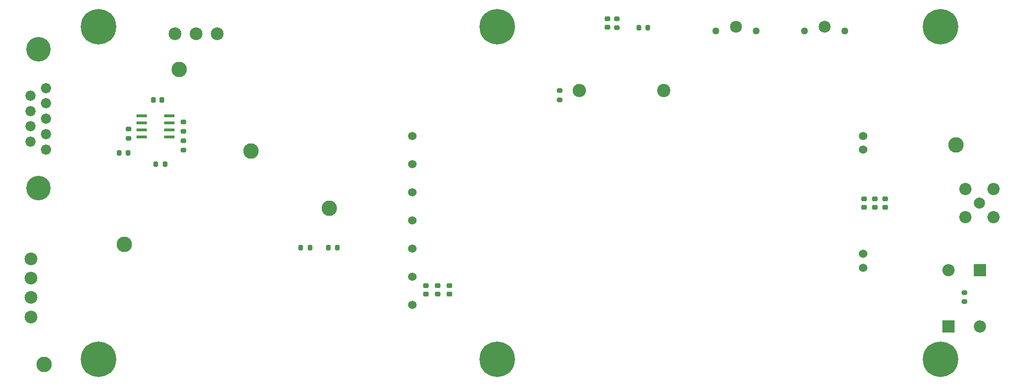
<source format=gbr>
%TF.GenerationSoftware,KiCad,Pcbnew,8.0.6*%
%TF.CreationDate,2025-03-03T14:32:59-05:00*%
%TF.ProjectId,SiPM_Bias_Board,5369504d-5f42-4696-9173-5f426f617264,rev?*%
%TF.SameCoordinates,Original*%
%TF.FileFunction,Soldermask,Bot*%
%TF.FilePolarity,Negative*%
%FSLAX46Y46*%
G04 Gerber Fmt 4.6, Leading zero omitted, Abs format (unit mm)*
G04 Created by KiCad (PCBNEW 8.0.6) date 2025-03-03 14:32:59*
%MOMM*%
%LPD*%
G01*
G04 APERTURE LIST*
G04 Aperture macros list*
%AMRoundRect*
0 Rectangle with rounded corners*
0 $1 Rounding radius*
0 $2 $3 $4 $5 $6 $7 $8 $9 X,Y pos of 4 corners*
0 Add a 4 corners polygon primitive as box body*
4,1,4,$2,$3,$4,$5,$6,$7,$8,$9,$2,$3,0*
0 Add four circle primitives for the rounded corners*
1,1,$1+$1,$2,$3*
1,1,$1+$1,$4,$5*
1,1,$1+$1,$6,$7*
1,1,$1+$1,$8,$9*
0 Add four rect primitives between the rounded corners*
20,1,$1+$1,$2,$3,$4,$5,0*
20,1,$1+$1,$4,$5,$6,$7,0*
20,1,$1+$1,$6,$7,$8,$9,0*
20,1,$1+$1,$8,$9,$2,$3,0*%
G04 Aperture macros list end*
%ADD10C,6.400000*%
%ADD11R,2.200000X2.200000*%
%ADD12O,2.200000X2.200000*%
%ADD13C,2.800000*%
%ADD14C,2.006600*%
%ADD15C,2.209800*%
%ADD16C,1.295400*%
%ADD17C,2.159000*%
%ADD18C,1.524000*%
%ADD19C,2.304000*%
%ADD20C,1.839000*%
%ADD21C,4.420000*%
%ADD22C,2.400000*%
%ADD23O,2.400000X2.400000*%
%ADD24RoundRect,0.200000X-0.275000X0.200000X-0.275000X-0.200000X0.275000X-0.200000X0.275000X0.200000X0*%
%ADD25RoundRect,0.225000X0.250000X-0.225000X0.250000X0.225000X-0.250000X0.225000X-0.250000X-0.225000X0*%
%ADD26R,1.981200X0.558800*%
%ADD27RoundRect,0.225000X-0.250000X0.225000X-0.250000X-0.225000X0.250000X-0.225000X0.250000X0.225000X0*%
%ADD28RoundRect,0.200000X0.200000X0.275000X-0.200000X0.275000X-0.200000X-0.275000X0.200000X-0.275000X0*%
%ADD29RoundRect,0.200000X0.275000X-0.200000X0.275000X0.200000X-0.275000X0.200000X-0.275000X-0.200000X0*%
%ADD30RoundRect,0.200000X-0.200000X-0.275000X0.200000X-0.275000X0.200000X0.275000X-0.200000X0.275000X0*%
%ADD31RoundRect,0.225000X0.225000X0.250000X-0.225000X0.250000X-0.225000X-0.250000X0.225000X-0.250000X0*%
G04 APERTURE END LIST*
D10*
%TO.C,H4*%
X228320000Y-127580000D03*
%TD*%
D11*
%TO.C,D1*%
X229775000Y-121655000D03*
D12*
X229775000Y-111495000D03*
%TD*%
D13*
%TO.C,GND*%
X103820000Y-90060000D03*
%TD*%
%TO.C,V_{SET}*%
X90910000Y-75270000D03*
%TD*%
D10*
%TO.C,H3*%
X148320000Y-127580000D03*
%TD*%
D14*
%TO.C,P_Out*%
X235363000Y-99430000D03*
D15*
X237903000Y-96890000D03*
X232823000Y-96890000D03*
X232823000Y-101970000D03*
X237903000Y-101970000D03*
%TD*%
D10*
%TO.C,H2*%
X76320000Y-127580000D03*
%TD*%
D13*
%TO.C,V_{OUT_RTN}1*%
X231140000Y-88900000D03*
%TD*%
D16*
%TO.C,P2*%
X187740000Y-68340000D03*
X195060000Y-68340000D03*
D17*
X191410000Y-67580000D03*
%TD*%
D18*
%TO.C,U1*%
X133020000Y-117780000D03*
X133020000Y-112700000D03*
X133020000Y-107620000D03*
X133020000Y-102540000D03*
X133020000Y-97460000D03*
X133020000Y-92380000D03*
X133020000Y-87300000D03*
X214320000Y-87300000D03*
X214320000Y-89800000D03*
X214320000Y-108600000D03*
X214320000Y-111100000D03*
%TD*%
D19*
%TO.C,J2*%
X64110000Y-109480000D03*
X64110000Y-112980000D03*
X64110000Y-116480000D03*
X64110000Y-119980000D03*
%TD*%
D13*
%TO.C,V_{EN}*%
X117980000Y-100350000D03*
%TD*%
D10*
%TO.C,H6*%
X228320000Y-67580000D03*
%TD*%
D13*
%TO.C,GND*%
X80970000Y-106880000D03*
%TD*%
D10*
%TO.C,H1*%
X76320000Y-67580000D03*
%TD*%
D20*
%TO.C,J3*%
X66880000Y-89730000D03*
X66880000Y-86960000D03*
X66880000Y-84190000D03*
X66880000Y-81420000D03*
X66880000Y-78650000D03*
X64040000Y-88345000D03*
X64040000Y-85575000D03*
X64040000Y-82805000D03*
X64040000Y-80035000D03*
D21*
X65460000Y-71690000D03*
X65460000Y-96690000D03*
%TD*%
D16*
%TO.C,P1*%
X203740000Y-68340000D03*
X211060000Y-68340000D03*
D17*
X207410000Y-67580000D03*
%TD*%
D10*
%TO.C,H5*%
X148320000Y-67580000D03*
%TD*%
D22*
%TO.C,R20*%
X178340000Y-79110000D03*
D23*
X163100000Y-79110000D03*
%TD*%
D19*
%TO.C,J1*%
X97720400Y-68895600D03*
X93910400Y-68895600D03*
X90100400Y-68895600D03*
%TD*%
D13*
%TO.C,Chassis*%
X66520000Y-128550000D03*
%TD*%
D11*
%TO.C,D2*%
X235430000Y-111570000D03*
D12*
X235430000Y-121730000D03*
%TD*%
D24*
%TO.C,R19*%
X91660000Y-88175000D03*
X91660000Y-89825000D03*
%TD*%
D25*
%TO.C,C9*%
X218345000Y-100205000D03*
X218345000Y-98655000D03*
%TD*%
D26*
%TO.C,U6*%
X84166200Y-87515000D03*
X84166200Y-86245000D03*
X84166200Y-84975000D03*
X84166200Y-83705000D03*
X89093800Y-83705000D03*
X89093800Y-84975000D03*
X89093800Y-86245000D03*
X89093800Y-87515000D03*
%TD*%
D25*
%TO.C,C7*%
X214535000Y-100205000D03*
X214535000Y-98655000D03*
%TD*%
D27*
%TO.C,C6*%
X135460000Y-114300000D03*
X135460000Y-115850000D03*
%TD*%
D24*
%TO.C,R9*%
X81720000Y-86065000D03*
X81720000Y-87715000D03*
%TD*%
D25*
%TO.C,C8*%
X216440000Y-100205000D03*
X216440000Y-98655000D03*
%TD*%
D28*
%TO.C,R8*%
X81705000Y-90330000D03*
X80055000Y-90330000D03*
%TD*%
D29*
%TO.C,R27*%
X232600000Y-117235000D03*
X232600000Y-115585000D03*
%TD*%
D27*
%TO.C,C4*%
X139700000Y-114300000D03*
X139700000Y-115850000D03*
%TD*%
%TO.C,C5*%
X137570000Y-114300000D03*
X137570000Y-115850000D03*
%TD*%
D24*
%TO.C,R21*%
X159590000Y-79125000D03*
X159590000Y-80775000D03*
%TD*%
D30*
%TO.C,R23*%
X173840000Y-67760000D03*
X175490000Y-67760000D03*
%TD*%
%TO.C,R13*%
X112835000Y-107480000D03*
X114485000Y-107480000D03*
%TD*%
D28*
%TO.C,R12*%
X88325000Y-92410000D03*
X86675000Y-92410000D03*
%TD*%
D24*
%TO.C,R18*%
X91660000Y-84785000D03*
X91660000Y-86435000D03*
%TD*%
D27*
%TO.C,C17*%
X168205000Y-66145000D03*
X168205000Y-67695000D03*
%TD*%
D31*
%TO.C,C19*%
X87805000Y-80770000D03*
X86255000Y-80770000D03*
%TD*%
D24*
%TO.C,R22*%
X169885000Y-66105000D03*
X169885000Y-67755000D03*
%TD*%
D28*
%TO.C,R28*%
X119434999Y-107480001D03*
X117785001Y-107479999D03*
%TD*%
M02*

</source>
